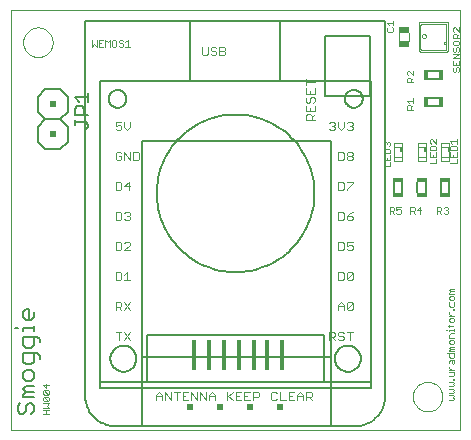
<source format=gto>
G75*
G70*
%OFA0B0*%
%FSLAX24Y24*%
%IPPOS*%
%LPD*%
%AMOC8*
5,1,8,0,0,1.08239X$1,22.5*
%
%ADD10C,0.0000*%
%ADD11C,0.0050*%
%ADD12C,0.0020*%
%ADD13C,0.0030*%
%ADD14C,0.0080*%
%ADD15C,0.0020*%
%ADD16C,0.0008*%
%ADD17C,0.0060*%
%ADD18R,0.0160X0.0340*%
%ADD19C,0.0040*%
%ADD20R,0.0374X0.0197*%
%ADD21R,0.0125X0.1000*%
%ADD22R,0.0200X0.0200*%
%ADD23R,0.0089X0.0157*%
%ADD24R,0.0089X0.0098*%
%ADD25R,0.0340X0.0160*%
D10*
X000160Y000160D02*
X000160Y014136D01*
X015121Y014136D01*
X015121Y000160D01*
X000160Y000160D01*
X000559Y013069D02*
X000561Y013113D01*
X000567Y013157D01*
X000577Y013200D01*
X000590Y013242D01*
X000608Y013282D01*
X000629Y013321D01*
X000653Y013358D01*
X000680Y013393D01*
X000711Y013425D01*
X000744Y013454D01*
X000780Y013480D01*
X000818Y013502D01*
X000858Y013521D01*
X000899Y013537D01*
X000942Y013549D01*
X000985Y013557D01*
X001029Y013561D01*
X001073Y013561D01*
X001117Y013557D01*
X001160Y013549D01*
X001203Y013537D01*
X001244Y013521D01*
X001284Y013502D01*
X001322Y013480D01*
X001358Y013454D01*
X001391Y013425D01*
X001422Y013393D01*
X001449Y013358D01*
X001473Y013321D01*
X001494Y013282D01*
X001512Y013242D01*
X001525Y013200D01*
X001535Y013157D01*
X001541Y013113D01*
X001543Y013069D01*
X001541Y013025D01*
X001535Y012981D01*
X001525Y012938D01*
X001512Y012896D01*
X001494Y012856D01*
X001473Y012817D01*
X001449Y012780D01*
X001422Y012745D01*
X001391Y012713D01*
X001358Y012684D01*
X001322Y012658D01*
X001284Y012636D01*
X001244Y012617D01*
X001203Y012601D01*
X001160Y012589D01*
X001117Y012581D01*
X001073Y012577D01*
X001029Y012577D01*
X000985Y012581D01*
X000942Y012589D01*
X000899Y012601D01*
X000858Y012617D01*
X000818Y012636D01*
X000780Y012658D01*
X000744Y012684D01*
X000711Y012713D01*
X000680Y012745D01*
X000653Y012780D01*
X000629Y012817D01*
X000608Y012856D01*
X000590Y012896D01*
X000577Y012938D01*
X000567Y012981D01*
X000561Y013025D01*
X000559Y013069D01*
X013549Y001259D02*
X013551Y001303D01*
X013557Y001347D01*
X013567Y001390D01*
X013580Y001432D01*
X013598Y001472D01*
X013619Y001511D01*
X013643Y001548D01*
X013670Y001583D01*
X013701Y001615D01*
X013734Y001644D01*
X013770Y001670D01*
X013808Y001692D01*
X013848Y001711D01*
X013889Y001727D01*
X013932Y001739D01*
X013975Y001747D01*
X014019Y001751D01*
X014063Y001751D01*
X014107Y001747D01*
X014150Y001739D01*
X014193Y001727D01*
X014234Y001711D01*
X014274Y001692D01*
X014312Y001670D01*
X014348Y001644D01*
X014381Y001615D01*
X014412Y001583D01*
X014439Y001548D01*
X014463Y001511D01*
X014484Y001472D01*
X014502Y001432D01*
X014515Y001390D01*
X014525Y001347D01*
X014531Y001303D01*
X014533Y001259D01*
X014531Y001215D01*
X014525Y001171D01*
X014515Y001128D01*
X014502Y001086D01*
X014484Y001046D01*
X014463Y001007D01*
X014439Y000970D01*
X014412Y000935D01*
X014381Y000903D01*
X014348Y000874D01*
X014312Y000848D01*
X014274Y000826D01*
X014234Y000807D01*
X014193Y000791D01*
X014150Y000779D01*
X014107Y000771D01*
X014063Y000767D01*
X014019Y000767D01*
X013975Y000771D01*
X013932Y000779D01*
X013889Y000791D01*
X013848Y000807D01*
X013808Y000826D01*
X013770Y000848D01*
X013734Y000874D01*
X013701Y000903D01*
X013670Y000935D01*
X013643Y000970D01*
X013619Y001007D01*
X013598Y001046D01*
X013580Y001086D01*
X013567Y001128D01*
X013557Y001171D01*
X013551Y001215D01*
X013549Y001259D01*
D11*
X012625Y001277D02*
X012625Y013777D01*
X002625Y013777D01*
X002625Y001277D01*
X003113Y001538D02*
X003113Y001735D01*
X004688Y001735D01*
X004688Y003310D01*
X010593Y003310D01*
X010593Y001735D01*
X012168Y001735D01*
X012168Y001538D01*
X003113Y001538D01*
X003113Y001735D02*
X003113Y011774D01*
X012168Y011774D01*
X012168Y001735D01*
X012625Y001277D02*
X012623Y001217D01*
X012618Y001156D01*
X012609Y001097D01*
X012596Y001038D01*
X012580Y000979D01*
X012560Y000922D01*
X012537Y000867D01*
X012510Y000812D01*
X012481Y000760D01*
X012448Y000709D01*
X012412Y000660D01*
X012374Y000614D01*
X012332Y000570D01*
X012288Y000528D01*
X012242Y000490D01*
X012193Y000454D01*
X012142Y000421D01*
X012090Y000392D01*
X012035Y000365D01*
X011980Y000342D01*
X011923Y000322D01*
X011864Y000306D01*
X011805Y000293D01*
X011746Y000284D01*
X011685Y000279D01*
X011625Y000277D01*
X003625Y000277D01*
X004514Y000287D02*
X010814Y000287D01*
X010814Y002570D01*
X004514Y002570D01*
X004514Y000287D01*
X003625Y000277D02*
X003565Y000279D01*
X003504Y000284D01*
X003445Y000293D01*
X003386Y000306D01*
X003327Y000322D01*
X003270Y000342D01*
X003215Y000365D01*
X003160Y000392D01*
X003108Y000421D01*
X003057Y000454D01*
X003008Y000490D01*
X002962Y000528D01*
X002918Y000570D01*
X002876Y000614D01*
X002838Y000660D01*
X002802Y000709D01*
X002769Y000760D01*
X002740Y000812D01*
X002713Y000867D01*
X002690Y000922D01*
X002670Y000979D01*
X002654Y001038D01*
X002641Y001097D01*
X002632Y001156D01*
X002627Y001217D01*
X002625Y001277D01*
X003467Y002522D02*
X003469Y002563D01*
X003475Y002604D01*
X003485Y002644D01*
X003498Y002683D01*
X003515Y002720D01*
X003536Y002756D01*
X003560Y002790D01*
X003587Y002821D01*
X003616Y002849D01*
X003649Y002875D01*
X003683Y002897D01*
X003720Y002916D01*
X003758Y002931D01*
X003798Y002943D01*
X003838Y002951D01*
X003879Y002955D01*
X003921Y002955D01*
X003962Y002951D01*
X004002Y002943D01*
X004042Y002931D01*
X004080Y002916D01*
X004116Y002897D01*
X004151Y002875D01*
X004184Y002849D01*
X004213Y002821D01*
X004240Y002790D01*
X004264Y002756D01*
X004285Y002720D01*
X004302Y002683D01*
X004315Y002644D01*
X004325Y002604D01*
X004331Y002563D01*
X004333Y002522D01*
X004331Y002481D01*
X004325Y002440D01*
X004315Y002400D01*
X004302Y002361D01*
X004285Y002324D01*
X004264Y002288D01*
X004240Y002254D01*
X004213Y002223D01*
X004184Y002195D01*
X004151Y002169D01*
X004117Y002147D01*
X004080Y002128D01*
X004042Y002113D01*
X004002Y002101D01*
X003962Y002093D01*
X003921Y002089D01*
X003879Y002089D01*
X003838Y002093D01*
X003798Y002101D01*
X003758Y002113D01*
X003720Y002128D01*
X003684Y002147D01*
X003649Y002169D01*
X003616Y002195D01*
X003587Y002223D01*
X003560Y002254D01*
X003536Y002288D01*
X003515Y002324D01*
X003498Y002361D01*
X003485Y002400D01*
X003475Y002440D01*
X003469Y002481D01*
X003467Y002522D01*
X004515Y002567D02*
X004515Y009777D01*
X004525Y009777D02*
X010815Y009777D01*
X010815Y002567D01*
X010947Y002522D02*
X010949Y002563D01*
X010955Y002604D01*
X010965Y002644D01*
X010978Y002683D01*
X010995Y002720D01*
X011016Y002756D01*
X011040Y002790D01*
X011067Y002821D01*
X011096Y002849D01*
X011129Y002875D01*
X011163Y002897D01*
X011200Y002916D01*
X011238Y002931D01*
X011278Y002943D01*
X011318Y002951D01*
X011359Y002955D01*
X011401Y002955D01*
X011442Y002951D01*
X011482Y002943D01*
X011522Y002931D01*
X011560Y002916D01*
X011596Y002897D01*
X011631Y002875D01*
X011664Y002849D01*
X011693Y002821D01*
X011720Y002790D01*
X011744Y002756D01*
X011765Y002720D01*
X011782Y002683D01*
X011795Y002644D01*
X011805Y002604D01*
X011811Y002563D01*
X011813Y002522D01*
X011811Y002481D01*
X011805Y002440D01*
X011795Y002400D01*
X011782Y002361D01*
X011765Y002324D01*
X011744Y002288D01*
X011720Y002254D01*
X011693Y002223D01*
X011664Y002195D01*
X011631Y002169D01*
X011597Y002147D01*
X011560Y002128D01*
X011522Y002113D01*
X011482Y002101D01*
X011442Y002093D01*
X011401Y002089D01*
X011359Y002089D01*
X011318Y002093D01*
X011278Y002101D01*
X011238Y002113D01*
X011200Y002128D01*
X011164Y002147D01*
X011129Y002169D01*
X011096Y002195D01*
X011067Y002223D01*
X011040Y002254D01*
X011016Y002288D01*
X010995Y002324D01*
X010978Y002361D01*
X010965Y002400D01*
X010955Y002440D01*
X010949Y002481D01*
X010947Y002522D01*
X010593Y001735D02*
X004688Y001735D01*
X004525Y002567D02*
X004515Y002567D01*
X001106Y002610D02*
X001014Y002702D01*
X000555Y002702D01*
X000555Y002426D01*
X000647Y002335D01*
X000831Y002335D01*
X000922Y002426D01*
X000922Y002702D01*
X000831Y002887D02*
X000647Y002887D01*
X000555Y002979D01*
X000555Y003254D01*
X001014Y003254D01*
X001106Y003162D01*
X001106Y003071D01*
X000922Y002979D02*
X000922Y003254D01*
X000922Y003439D02*
X000922Y003623D01*
X000922Y003531D02*
X000555Y003531D01*
X000555Y003439D01*
X000372Y003531D02*
X000280Y003531D01*
X000647Y003808D02*
X000555Y003900D01*
X000555Y004083D01*
X000647Y004175D01*
X000739Y004175D01*
X000739Y003808D01*
X000831Y003808D02*
X000647Y003808D01*
X000831Y003808D02*
X000922Y003900D01*
X000922Y004083D01*
X000922Y002979D02*
X000831Y002887D01*
X001106Y002610D02*
X001106Y002518D01*
X000831Y002149D02*
X000647Y002149D01*
X000555Y002057D01*
X000555Y001874D01*
X000647Y001782D01*
X000831Y001782D01*
X000922Y001874D01*
X000922Y002057D01*
X000831Y002149D01*
X000922Y001597D02*
X000647Y001597D01*
X000555Y001505D01*
X000647Y001413D01*
X000922Y001413D01*
X000922Y001230D02*
X000555Y001230D01*
X000555Y001321D01*
X000647Y001413D01*
X000739Y001044D02*
X000831Y001044D01*
X000922Y000952D01*
X000922Y000769D01*
X000831Y000677D01*
X000647Y000769D02*
X000647Y000952D01*
X000739Y001044D01*
X000464Y001044D02*
X000372Y000952D01*
X000372Y000769D01*
X000464Y000677D01*
X000555Y000677D01*
X000647Y000769D01*
X005014Y008034D02*
X005017Y008163D01*
X005027Y008291D01*
X005042Y008419D01*
X005064Y008546D01*
X005093Y008672D01*
X005127Y008796D01*
X005168Y008919D01*
X005214Y009039D01*
X005266Y009157D01*
X005324Y009272D01*
X005388Y009384D01*
X005457Y009493D01*
X005531Y009598D01*
X005610Y009700D01*
X005694Y009798D01*
X005783Y009891D01*
X005876Y009980D01*
X005974Y010064D01*
X006076Y010143D01*
X006181Y010217D01*
X006290Y010286D01*
X006402Y010350D01*
X006517Y010408D01*
X006635Y010460D01*
X006755Y010506D01*
X006878Y010547D01*
X007002Y010581D01*
X007128Y010610D01*
X007255Y010632D01*
X007383Y010647D01*
X007511Y010657D01*
X007640Y010660D01*
X007769Y010657D01*
X007897Y010647D01*
X008025Y010632D01*
X008152Y010610D01*
X008278Y010581D01*
X008402Y010547D01*
X008525Y010506D01*
X008645Y010460D01*
X008763Y010408D01*
X008878Y010350D01*
X008990Y010286D01*
X009099Y010217D01*
X009204Y010143D01*
X009306Y010064D01*
X009404Y009980D01*
X009497Y009891D01*
X009586Y009798D01*
X009670Y009700D01*
X009749Y009598D01*
X009823Y009493D01*
X009892Y009384D01*
X009956Y009272D01*
X010014Y009157D01*
X010066Y009039D01*
X010112Y008919D01*
X010153Y008796D01*
X010187Y008672D01*
X010216Y008546D01*
X010238Y008419D01*
X010253Y008291D01*
X010263Y008163D01*
X010266Y008034D01*
X010263Y007905D01*
X010253Y007777D01*
X010238Y007649D01*
X010216Y007522D01*
X010187Y007396D01*
X010153Y007272D01*
X010112Y007149D01*
X010066Y007029D01*
X010014Y006911D01*
X009956Y006796D01*
X009892Y006684D01*
X009823Y006575D01*
X009749Y006470D01*
X009670Y006368D01*
X009586Y006270D01*
X009497Y006177D01*
X009404Y006088D01*
X009306Y006004D01*
X009204Y005925D01*
X009099Y005851D01*
X008990Y005782D01*
X008878Y005718D01*
X008763Y005660D01*
X008645Y005608D01*
X008525Y005562D01*
X008402Y005521D01*
X008278Y005487D01*
X008152Y005458D01*
X008025Y005436D01*
X007897Y005421D01*
X007769Y005411D01*
X007640Y005408D01*
X007511Y005411D01*
X007383Y005421D01*
X007255Y005436D01*
X007128Y005458D01*
X007002Y005487D01*
X006878Y005521D01*
X006755Y005562D01*
X006635Y005608D01*
X006517Y005660D01*
X006402Y005718D01*
X006290Y005782D01*
X006181Y005851D01*
X006076Y005925D01*
X005974Y006004D01*
X005876Y006088D01*
X005783Y006177D01*
X005694Y006270D01*
X005610Y006368D01*
X005531Y006470D01*
X005457Y006575D01*
X005388Y006684D01*
X005324Y006796D01*
X005266Y006911D01*
X005214Y007029D01*
X005168Y007149D01*
X005127Y007272D01*
X005093Y007396D01*
X005064Y007522D01*
X005042Y007649D01*
X005027Y007777D01*
X005017Y007905D01*
X005014Y008034D01*
X002733Y010244D02*
X002733Y010319D01*
X002658Y010394D01*
X002283Y010394D01*
X002283Y010319D02*
X002283Y010469D01*
X002283Y010629D02*
X002283Y010854D01*
X002358Y010929D01*
X002508Y010929D01*
X002583Y010854D01*
X002583Y010629D01*
X002733Y010629D02*
X002283Y010629D01*
X002433Y011089D02*
X002283Y011239D01*
X002733Y011239D01*
X002733Y011089D02*
X002733Y011390D01*
X003408Y011184D02*
X003410Y011218D01*
X003416Y011252D01*
X003426Y011285D01*
X003439Y011316D01*
X003457Y011346D01*
X003477Y011374D01*
X003501Y011399D01*
X003527Y011421D01*
X003555Y011439D01*
X003586Y011455D01*
X003618Y011467D01*
X003652Y011475D01*
X003686Y011479D01*
X003720Y011479D01*
X003754Y011475D01*
X003788Y011467D01*
X003820Y011455D01*
X003850Y011439D01*
X003879Y011421D01*
X003905Y011399D01*
X003929Y011374D01*
X003949Y011346D01*
X003967Y011316D01*
X003980Y011285D01*
X003990Y011252D01*
X003996Y011218D01*
X003998Y011184D01*
X003996Y011150D01*
X003990Y011116D01*
X003980Y011083D01*
X003967Y011052D01*
X003949Y011022D01*
X003929Y010994D01*
X003905Y010969D01*
X003879Y010947D01*
X003851Y010929D01*
X003820Y010913D01*
X003788Y010901D01*
X003754Y010893D01*
X003720Y010889D01*
X003686Y010889D01*
X003652Y010893D01*
X003618Y010901D01*
X003586Y010913D01*
X003555Y010929D01*
X003527Y010947D01*
X003501Y010969D01*
X003477Y010994D01*
X003457Y011022D01*
X003439Y011052D01*
X003426Y011083D01*
X003416Y011116D01*
X003410Y011150D01*
X003408Y011184D01*
X002733Y010244D02*
X002658Y010168D01*
X011282Y011184D02*
X011284Y011218D01*
X011290Y011252D01*
X011300Y011285D01*
X011313Y011316D01*
X011331Y011346D01*
X011351Y011374D01*
X011375Y011399D01*
X011401Y011421D01*
X011429Y011439D01*
X011460Y011455D01*
X011492Y011467D01*
X011526Y011475D01*
X011560Y011479D01*
X011594Y011479D01*
X011628Y011475D01*
X011662Y011467D01*
X011694Y011455D01*
X011724Y011439D01*
X011753Y011421D01*
X011779Y011399D01*
X011803Y011374D01*
X011823Y011346D01*
X011841Y011316D01*
X011854Y011285D01*
X011864Y011252D01*
X011870Y011218D01*
X011872Y011184D01*
X011870Y011150D01*
X011864Y011116D01*
X011854Y011083D01*
X011841Y011052D01*
X011823Y011022D01*
X011803Y010994D01*
X011779Y010969D01*
X011753Y010947D01*
X011725Y010929D01*
X011694Y010913D01*
X011662Y010901D01*
X011628Y010893D01*
X011594Y010889D01*
X011560Y010889D01*
X011526Y010893D01*
X011492Y010901D01*
X011460Y010913D01*
X011429Y010929D01*
X011401Y010947D01*
X011375Y010969D01*
X011351Y010994D01*
X011331Y011022D01*
X011313Y011052D01*
X011300Y011083D01*
X011290Y011116D01*
X011284Y011150D01*
X011282Y011184D01*
D12*
X012608Y009741D02*
X012645Y009741D01*
X012681Y009705D01*
X012718Y009741D01*
X012755Y009741D01*
X012792Y009705D01*
X012792Y009631D01*
X012755Y009595D01*
X012755Y009520D02*
X012608Y009520D01*
X012571Y009484D01*
X012571Y009374D01*
X012792Y009374D01*
X012792Y009484D01*
X012755Y009520D01*
X012608Y009595D02*
X012571Y009631D01*
X012571Y009705D01*
X012608Y009741D01*
X012681Y009705D02*
X012681Y009668D01*
X012571Y009299D02*
X012571Y009153D01*
X012792Y009153D01*
X012792Y009299D01*
X012681Y009226D02*
X012681Y009153D01*
X012792Y009079D02*
X012792Y008932D01*
X012571Y008932D01*
X012775Y007576D02*
X012885Y007576D01*
X012922Y007539D01*
X012922Y007466D01*
X012885Y007429D01*
X012775Y007429D01*
X012848Y007429D02*
X012922Y007356D01*
X012996Y007392D02*
X013033Y007356D01*
X013106Y007356D01*
X013143Y007392D01*
X013143Y007466D01*
X013106Y007502D01*
X013069Y007502D01*
X012996Y007466D01*
X012996Y007576D01*
X013143Y007576D01*
X013464Y007576D02*
X013464Y007356D01*
X013464Y007429D02*
X013574Y007429D01*
X013611Y007466D01*
X013611Y007539D01*
X013574Y007576D01*
X013464Y007576D01*
X013537Y007429D02*
X013611Y007356D01*
X013685Y007466D02*
X013832Y007466D01*
X013795Y007356D02*
X013795Y007576D01*
X013685Y007466D01*
X014350Y007429D02*
X014460Y007429D01*
X014496Y007466D01*
X014496Y007539D01*
X014460Y007576D01*
X014350Y007576D01*
X014350Y007356D01*
X014423Y007429D02*
X014496Y007356D01*
X014571Y007392D02*
X014607Y007356D01*
X014681Y007356D01*
X014717Y007392D01*
X014717Y007429D01*
X014681Y007466D01*
X014644Y007466D01*
X014681Y007466D02*
X014717Y007502D01*
X014717Y007539D01*
X014681Y007576D01*
X014607Y007576D01*
X014571Y007539D01*
X014792Y009028D02*
X015012Y009028D01*
X015012Y009175D01*
X015012Y009249D02*
X015012Y009396D01*
X015012Y009470D02*
X015012Y009580D01*
X014976Y009617D01*
X014829Y009617D01*
X014792Y009580D01*
X014792Y009470D01*
X015012Y009470D01*
X014902Y009323D02*
X014902Y009249D01*
X014792Y009249D02*
X014792Y009396D01*
X014792Y009249D02*
X015012Y009249D01*
X015012Y009691D02*
X015012Y009838D01*
X015012Y009765D02*
X014792Y009765D01*
X014865Y009691D01*
X014323Y009691D02*
X014176Y009838D01*
X014140Y009838D01*
X014103Y009801D01*
X014103Y009728D01*
X014140Y009691D01*
X014140Y009617D02*
X014103Y009580D01*
X014103Y009470D01*
X014323Y009470D01*
X014323Y009580D01*
X014287Y009617D01*
X014140Y009617D01*
X014323Y009691D02*
X014323Y009838D01*
X014323Y009396D02*
X014323Y009249D01*
X014103Y009249D01*
X014103Y009396D01*
X014213Y009323D02*
X014213Y009249D01*
X014323Y009175D02*
X014323Y009028D01*
X014103Y009028D01*
X012775Y007576D02*
X012775Y007356D01*
X014804Y004837D02*
X014914Y004837D01*
X014914Y004763D02*
X014804Y004763D01*
X014767Y004800D01*
X014804Y004837D01*
X014804Y004763D02*
X014767Y004727D01*
X014767Y004690D01*
X014914Y004690D01*
X014877Y004616D02*
X014804Y004616D01*
X014767Y004579D01*
X014767Y004506D01*
X014804Y004469D01*
X014877Y004469D01*
X014914Y004506D01*
X014914Y004579D01*
X014877Y004616D01*
X014914Y004395D02*
X014914Y004285D01*
X014877Y004248D01*
X014804Y004248D01*
X014767Y004285D01*
X014767Y004395D01*
X014877Y004174D02*
X014914Y004174D01*
X014914Y004138D01*
X014877Y004138D01*
X014877Y004174D01*
X014767Y004064D02*
X014767Y004027D01*
X014840Y003953D01*
X014767Y003953D02*
X014914Y003953D01*
X014877Y003879D02*
X014804Y003879D01*
X014767Y003843D01*
X014767Y003769D01*
X014804Y003732D01*
X014877Y003732D01*
X014914Y003769D01*
X014914Y003843D01*
X014877Y003879D01*
X014914Y003659D02*
X014877Y003622D01*
X014730Y003622D01*
X014767Y003585D02*
X014767Y003659D01*
X014767Y003474D02*
X014914Y003474D01*
X014914Y003438D02*
X014914Y003511D01*
X014914Y003364D02*
X014804Y003364D01*
X014767Y003327D01*
X014767Y003217D01*
X014914Y003217D01*
X014877Y003143D02*
X014804Y003143D01*
X014767Y003106D01*
X014767Y003033D01*
X014804Y002996D01*
X014877Y002996D01*
X014914Y003033D01*
X014914Y003106D01*
X014877Y003143D01*
X014914Y002922D02*
X014804Y002922D01*
X014767Y002885D01*
X014804Y002848D01*
X014914Y002848D01*
X014914Y002775D02*
X014767Y002775D01*
X014767Y002812D01*
X014804Y002848D01*
X014767Y002701D02*
X014767Y002591D01*
X014804Y002554D01*
X014877Y002554D01*
X014914Y002591D01*
X014914Y002701D01*
X014694Y002701D01*
X014804Y002480D02*
X014914Y002480D01*
X014914Y002370D01*
X014877Y002333D01*
X014840Y002370D01*
X014840Y002480D01*
X014804Y002480D02*
X014767Y002443D01*
X014767Y002370D01*
X014767Y002259D02*
X014767Y002222D01*
X014840Y002149D01*
X014767Y002149D02*
X014914Y002149D01*
X014914Y002075D02*
X014767Y002075D01*
X014914Y002075D02*
X014914Y001964D01*
X014877Y001928D01*
X014767Y001928D01*
X014877Y001854D02*
X014914Y001854D01*
X014914Y001817D01*
X014877Y001817D01*
X014877Y001854D01*
X014877Y001743D02*
X014767Y001743D01*
X014877Y001743D02*
X014914Y001706D01*
X014877Y001670D01*
X014914Y001633D01*
X014877Y001596D01*
X014767Y001596D01*
X014767Y001522D02*
X014877Y001522D01*
X014914Y001485D01*
X014877Y001449D01*
X014914Y001412D01*
X014877Y001375D01*
X014767Y001375D01*
X014767Y001301D02*
X014877Y001301D01*
X014914Y001264D01*
X014877Y001228D01*
X014914Y001191D01*
X014877Y001154D01*
X014767Y001154D01*
X014767Y003438D02*
X014767Y003474D01*
X014694Y003474D02*
X014657Y003474D01*
X013566Y010827D02*
X013346Y010827D01*
X013346Y010938D01*
X013383Y010974D01*
X013456Y010974D01*
X013493Y010938D01*
X013493Y010827D01*
X013493Y010901D02*
X013566Y010974D01*
X013566Y011048D02*
X013566Y011195D01*
X013566Y011122D02*
X013346Y011122D01*
X013420Y011048D01*
X013493Y011743D02*
X013493Y011853D01*
X013456Y011890D01*
X013383Y011890D01*
X013346Y011853D01*
X013346Y011743D01*
X013566Y011743D01*
X013493Y011816D02*
X013566Y011890D01*
X013566Y011964D02*
X013420Y012111D01*
X013383Y012111D01*
X013346Y012074D01*
X013346Y012001D01*
X013383Y011964D01*
X013566Y011964D02*
X013566Y012111D01*
X014878Y012127D02*
X014914Y012090D01*
X014951Y012090D01*
X014988Y012127D01*
X014988Y012200D01*
X015024Y012237D01*
X015061Y012237D01*
X015098Y012200D01*
X015098Y012127D01*
X015061Y012090D01*
X014878Y012127D02*
X014878Y012200D01*
X014914Y012237D01*
X014878Y012311D02*
X015098Y012311D01*
X015098Y012458D01*
X015098Y012532D02*
X014878Y012532D01*
X015098Y012679D01*
X014878Y012679D01*
X014914Y012753D02*
X014951Y012753D01*
X014988Y012790D01*
X014988Y012863D01*
X015024Y012900D01*
X015061Y012900D01*
X015098Y012863D01*
X015098Y012790D01*
X015061Y012753D01*
X014914Y012753D02*
X014878Y012790D01*
X014878Y012863D01*
X014914Y012900D01*
X014914Y012974D02*
X015061Y012974D01*
X015098Y013011D01*
X015098Y013084D01*
X015061Y013121D01*
X014914Y013121D01*
X014878Y013084D01*
X014878Y013011D01*
X014914Y012974D01*
X014878Y013195D02*
X014878Y013305D01*
X014914Y013342D01*
X014988Y013342D01*
X015024Y013305D01*
X015024Y013195D01*
X015024Y013269D02*
X015098Y013342D01*
X015098Y013416D02*
X014951Y013563D01*
X014914Y013563D01*
X014878Y013526D01*
X014878Y013453D01*
X014914Y013416D01*
X015098Y013416D02*
X015098Y013563D01*
X015098Y013195D02*
X014878Y013195D01*
X014878Y012458D02*
X014878Y012311D01*
X014988Y012311D02*
X014988Y012385D01*
X012892Y013457D02*
X012892Y013530D01*
X012855Y013567D01*
X012892Y013641D02*
X012892Y013788D01*
X012892Y013714D02*
X012672Y013714D01*
X012745Y013641D01*
X012709Y013567D02*
X012672Y013530D01*
X012672Y013457D01*
X012709Y013420D01*
X012855Y013420D01*
X012892Y013457D01*
X004110Y012921D02*
X003963Y012921D01*
X004036Y012921D02*
X004036Y013141D01*
X003963Y013068D01*
X003889Y013104D02*
X003852Y013141D01*
X003779Y013141D01*
X003742Y013104D01*
X003742Y013068D01*
X003779Y013031D01*
X003852Y013031D01*
X003889Y012994D01*
X003889Y012958D01*
X003852Y012921D01*
X003779Y012921D01*
X003742Y012958D01*
X003668Y012958D02*
X003668Y013104D01*
X003631Y013141D01*
X003558Y013141D01*
X003521Y013104D01*
X003521Y012958D01*
X003558Y012921D01*
X003631Y012921D01*
X003668Y012958D01*
X003447Y012921D02*
X003447Y013141D01*
X003373Y013068D01*
X003300Y013141D01*
X003300Y012921D01*
X003226Y012921D02*
X003079Y012921D01*
X003079Y013141D01*
X003226Y013141D01*
X003152Y013031D02*
X003079Y013031D01*
X003005Y012921D02*
X003005Y013141D01*
X002858Y013141D02*
X002858Y012921D01*
X002931Y012994D01*
X003005Y012921D01*
X001319Y001693D02*
X001319Y001546D01*
X001209Y001656D01*
X001430Y001656D01*
X001393Y001472D02*
X001430Y001435D01*
X001430Y001362D01*
X001393Y001325D01*
X001246Y001472D01*
X001393Y001472D01*
X001393Y001325D02*
X001246Y001325D01*
X001209Y001362D01*
X001209Y001435D01*
X001246Y001472D01*
X001246Y001251D02*
X001393Y001104D01*
X001430Y001141D01*
X001430Y001214D01*
X001393Y001251D01*
X001246Y001251D01*
X001209Y001214D01*
X001209Y001141D01*
X001246Y001104D01*
X001393Y001104D01*
X001430Y001030D02*
X001356Y000957D01*
X001430Y000883D01*
X001209Y000883D01*
X001209Y000809D02*
X001430Y000809D01*
X001319Y000809D02*
X001319Y000662D01*
X001209Y000662D02*
X001430Y000662D01*
X001430Y001030D02*
X001209Y001030D01*
D13*
X003736Y003132D02*
X003736Y003422D01*
X003640Y003422D02*
X003833Y003422D01*
X003934Y003422D02*
X004128Y003132D01*
X003934Y003132D02*
X004128Y003422D01*
X004128Y004132D02*
X003934Y004422D01*
X003833Y004374D02*
X003833Y004277D01*
X003785Y004229D01*
X003640Y004229D01*
X003736Y004229D02*
X003833Y004132D01*
X003934Y004132D02*
X004128Y004422D01*
X003833Y004374D02*
X003785Y004422D01*
X003640Y004422D01*
X003640Y004132D01*
X003640Y005132D02*
X003785Y005132D01*
X003833Y005180D01*
X003833Y005374D01*
X003785Y005422D01*
X003640Y005422D01*
X003640Y005132D01*
X003934Y005132D02*
X004128Y005132D01*
X004031Y005132D02*
X004031Y005422D01*
X003934Y005326D01*
X003934Y006132D02*
X004128Y006326D01*
X004128Y006374D01*
X004079Y006422D01*
X003983Y006422D01*
X003934Y006374D01*
X003833Y006374D02*
X003833Y006180D01*
X003785Y006132D01*
X003640Y006132D01*
X003640Y006422D01*
X003785Y006422D01*
X003833Y006374D01*
X003934Y006132D02*
X004128Y006132D01*
X004079Y007132D02*
X003983Y007132D01*
X003934Y007180D01*
X003833Y007180D02*
X003785Y007132D01*
X003640Y007132D01*
X003640Y007422D01*
X003785Y007422D01*
X003833Y007374D01*
X003833Y007180D01*
X003934Y007374D02*
X003983Y007422D01*
X004079Y007422D01*
X004128Y007374D01*
X004128Y007326D01*
X004079Y007277D01*
X004128Y007229D01*
X004128Y007180D01*
X004079Y007132D01*
X004079Y007277D02*
X004031Y007277D01*
X004079Y008132D02*
X004079Y008422D01*
X003934Y008277D01*
X004128Y008277D01*
X003833Y008180D02*
X003833Y008374D01*
X003785Y008422D01*
X003640Y008422D01*
X003640Y008132D01*
X003785Y008132D01*
X003833Y008180D01*
X003785Y009132D02*
X003688Y009132D01*
X003640Y009180D01*
X003640Y009374D01*
X003688Y009422D01*
X003785Y009422D01*
X003833Y009374D01*
X003833Y009277D02*
X003736Y009277D01*
X003833Y009277D02*
X003833Y009180D01*
X003785Y009132D01*
X003934Y009132D02*
X003934Y009422D01*
X004128Y009132D01*
X004128Y009422D01*
X004229Y009422D02*
X004374Y009422D01*
X004422Y009374D01*
X004422Y009180D01*
X004374Y009132D01*
X004229Y009132D01*
X004229Y009422D01*
X004031Y010132D02*
X004128Y010229D01*
X004128Y010422D01*
X003934Y010422D02*
X003934Y010229D01*
X004031Y010132D01*
X003833Y010180D02*
X003833Y010277D01*
X003785Y010326D01*
X003736Y010326D01*
X003640Y010277D01*
X003640Y010422D01*
X003833Y010422D01*
X003833Y010180D02*
X003785Y010132D01*
X003688Y010132D01*
X003640Y010180D01*
X006510Y012680D02*
X006558Y012632D01*
X006655Y012632D01*
X006704Y012680D01*
X006704Y012922D01*
X006805Y012874D02*
X006805Y012826D01*
X006853Y012777D01*
X006950Y012777D01*
X006998Y012729D01*
X006998Y012680D01*
X006950Y012632D01*
X006853Y012632D01*
X006805Y012680D01*
X006805Y012874D02*
X006853Y012922D01*
X006950Y012922D01*
X006998Y012874D01*
X007099Y012922D02*
X007099Y012632D01*
X007244Y012632D01*
X007293Y012680D01*
X007293Y012729D01*
X007244Y012777D01*
X007099Y012777D01*
X007099Y012922D02*
X007244Y012922D01*
X007293Y012874D01*
X007293Y012826D01*
X007244Y012777D01*
X006510Y012680D02*
X006510Y012922D01*
X009979Y011843D02*
X009979Y011649D01*
X009979Y011746D02*
X010270Y011746D01*
X010270Y011548D02*
X010270Y011355D01*
X009979Y011355D01*
X009979Y011548D01*
X010124Y011451D02*
X010124Y011355D01*
X010173Y011253D02*
X010124Y011205D01*
X010124Y011108D01*
X010076Y011060D01*
X010028Y011060D01*
X009979Y011108D01*
X009979Y011205D01*
X010028Y011253D01*
X010173Y011253D02*
X010221Y011253D01*
X010270Y011205D01*
X010270Y011108D01*
X010221Y011060D01*
X010270Y010959D02*
X010270Y010765D01*
X009979Y010765D01*
X009979Y010959D01*
X010124Y010862D02*
X010124Y010765D01*
X010124Y010664D02*
X010173Y010616D01*
X010173Y010471D01*
X010173Y010567D02*
X010270Y010664D01*
X010124Y010664D02*
X010028Y010664D01*
X009979Y010616D01*
X009979Y010471D01*
X010270Y010471D01*
X010756Y010374D02*
X010804Y010422D01*
X010901Y010422D01*
X010949Y010374D01*
X010949Y010326D01*
X010901Y010277D01*
X010949Y010229D01*
X010949Y010180D01*
X010901Y010132D01*
X010804Y010132D01*
X010756Y010180D01*
X010852Y010277D02*
X010901Y010277D01*
X011050Y010229D02*
X011147Y010132D01*
X011244Y010229D01*
X011244Y010422D01*
X011345Y010374D02*
X011393Y010422D01*
X011490Y010422D01*
X011538Y010374D01*
X011538Y010326D01*
X011490Y010277D01*
X011538Y010229D01*
X011538Y010180D01*
X011490Y010132D01*
X011393Y010132D01*
X011345Y010180D01*
X011442Y010277D02*
X011490Y010277D01*
X011050Y010229D02*
X011050Y010422D01*
X011050Y009422D02*
X011195Y009422D01*
X011244Y009374D01*
X011244Y009180D01*
X011195Y009132D01*
X011050Y009132D01*
X011050Y009422D01*
X011345Y009374D02*
X011345Y009326D01*
X011393Y009277D01*
X011490Y009277D01*
X011538Y009229D01*
X011538Y009180D01*
X011490Y009132D01*
X011393Y009132D01*
X011345Y009180D01*
X011345Y009229D01*
X011393Y009277D01*
X011490Y009277D02*
X011538Y009326D01*
X011538Y009374D01*
X011490Y009422D01*
X011393Y009422D01*
X011345Y009374D01*
X011345Y008422D02*
X011538Y008422D01*
X011538Y008374D01*
X011345Y008180D01*
X011345Y008132D01*
X011244Y008180D02*
X011244Y008374D01*
X011195Y008422D01*
X011050Y008422D01*
X011050Y008132D01*
X011195Y008132D01*
X011244Y008180D01*
X011195Y007422D02*
X011050Y007422D01*
X011050Y007132D01*
X011195Y007132D01*
X011244Y007180D01*
X011244Y007374D01*
X011195Y007422D01*
X011345Y007277D02*
X011490Y007277D01*
X011538Y007229D01*
X011538Y007180D01*
X011490Y007132D01*
X011393Y007132D01*
X011345Y007180D01*
X011345Y007277D01*
X011442Y007374D01*
X011538Y007422D01*
X011538Y006422D02*
X011345Y006422D01*
X011345Y006277D01*
X011442Y006326D01*
X011490Y006326D01*
X011538Y006277D01*
X011538Y006180D01*
X011490Y006132D01*
X011393Y006132D01*
X011345Y006180D01*
X011244Y006180D02*
X011195Y006132D01*
X011050Y006132D01*
X011050Y006422D01*
X011195Y006422D01*
X011244Y006374D01*
X011244Y006180D01*
X011195Y005422D02*
X011050Y005422D01*
X011050Y005132D01*
X011195Y005132D01*
X011244Y005180D01*
X011244Y005374D01*
X011195Y005422D01*
X011345Y005374D02*
X011393Y005422D01*
X011490Y005422D01*
X011538Y005374D01*
X011345Y005180D01*
X011393Y005132D01*
X011490Y005132D01*
X011538Y005180D01*
X011538Y005374D01*
X011345Y005374D02*
X011345Y005180D01*
X011393Y004422D02*
X011490Y004422D01*
X011538Y004374D01*
X011345Y004180D01*
X011393Y004132D01*
X011490Y004132D01*
X011538Y004180D01*
X011538Y004374D01*
X011393Y004422D02*
X011345Y004374D01*
X011345Y004180D01*
X011244Y004132D02*
X011244Y004326D01*
X011147Y004422D01*
X011050Y004326D01*
X011050Y004132D01*
X011050Y004277D02*
X011244Y004277D01*
X011195Y003422D02*
X011099Y003422D01*
X011050Y003374D01*
X011050Y003326D01*
X011099Y003277D01*
X011195Y003277D01*
X011244Y003229D01*
X011244Y003180D01*
X011195Y003132D01*
X011099Y003132D01*
X011050Y003180D01*
X010949Y003132D02*
X010852Y003229D01*
X010901Y003229D02*
X010756Y003229D01*
X010756Y003132D02*
X010756Y003422D01*
X010901Y003422D01*
X010949Y003374D01*
X010949Y003277D01*
X010901Y003229D01*
X011195Y003422D02*
X011244Y003374D01*
X011345Y003422D02*
X011538Y003422D01*
X011442Y003422D02*
X011442Y003132D01*
X010142Y001422D02*
X009997Y001422D01*
X009997Y001132D01*
X009997Y001229D02*
X010142Y001229D01*
X010190Y001277D01*
X010190Y001374D01*
X010142Y001422D01*
X010094Y001229D02*
X010190Y001132D01*
X009896Y001132D02*
X009896Y001326D01*
X009799Y001422D01*
X009702Y001326D01*
X009702Y001132D01*
X009601Y001132D02*
X009407Y001132D01*
X009407Y001422D01*
X009601Y001422D01*
X009504Y001277D02*
X009407Y001277D01*
X009306Y001132D02*
X009113Y001132D01*
X009113Y001422D01*
X009012Y001374D02*
X008963Y001422D01*
X008867Y001422D01*
X008818Y001374D01*
X008818Y001180D01*
X008867Y001132D01*
X008963Y001132D01*
X009012Y001180D01*
X008422Y001277D02*
X008374Y001229D01*
X008229Y001229D01*
X008229Y001132D02*
X008229Y001422D01*
X008374Y001422D01*
X008422Y001374D01*
X008422Y001277D01*
X008128Y001132D02*
X007934Y001132D01*
X007934Y001422D01*
X008128Y001422D01*
X008031Y001277D02*
X007934Y001277D01*
X007833Y001132D02*
X007640Y001132D01*
X007640Y001422D01*
X007833Y001422D01*
X007736Y001277D02*
X007640Y001277D01*
X007538Y001132D02*
X007393Y001277D01*
X007345Y001229D02*
X007538Y001422D01*
X007345Y001422D02*
X007345Y001132D01*
X006949Y001132D02*
X006949Y001326D01*
X006852Y001422D01*
X006756Y001326D01*
X006756Y001132D01*
X006654Y001132D02*
X006654Y001422D01*
X006756Y001277D02*
X006949Y001277D01*
X006654Y001132D02*
X006461Y001422D01*
X006461Y001132D01*
X006360Y001132D02*
X006360Y001422D01*
X006166Y001422D02*
X006360Y001132D01*
X006166Y001132D02*
X006166Y001422D01*
X006065Y001422D02*
X005872Y001422D01*
X005872Y001132D01*
X006065Y001132D01*
X005968Y001277D02*
X005872Y001277D01*
X005771Y001422D02*
X005577Y001422D01*
X005674Y001422D02*
X005674Y001132D01*
X005476Y001132D02*
X005476Y001422D01*
X005282Y001422D02*
X005282Y001132D01*
X005181Y001132D02*
X005181Y001326D01*
X005084Y001422D01*
X004988Y001326D01*
X004988Y001132D01*
X004988Y001277D02*
X005181Y001277D01*
X005282Y001422D02*
X005476Y001132D01*
X009702Y001277D02*
X009896Y001277D01*
D14*
X010625Y011277D02*
X010625Y013277D01*
X012125Y013277D01*
X012125Y011277D01*
X010625Y011277D01*
X009125Y011777D02*
X009125Y013777D01*
X006125Y013777D01*
X006125Y011777D01*
X009125Y011777D01*
D15*
X013743Y012817D02*
X013743Y013684D01*
X013744Y013697D01*
X013749Y013710D01*
X013756Y013721D01*
X013765Y013730D01*
X013776Y013737D01*
X013789Y013742D01*
X013802Y013743D01*
X014668Y013743D01*
X014681Y013742D01*
X014694Y013737D01*
X014705Y013730D01*
X014714Y013721D01*
X014721Y013710D01*
X014726Y013697D01*
X014727Y013684D01*
X014727Y012817D01*
X014726Y012804D01*
X014721Y012791D01*
X014714Y012780D01*
X014705Y012771D01*
X014694Y012764D01*
X014681Y012759D01*
X014668Y012758D01*
X013802Y012758D01*
X013789Y012759D01*
X013776Y012764D01*
X013765Y012771D01*
X013756Y012780D01*
X013749Y012791D01*
X013744Y012804D01*
X013743Y012817D01*
X013851Y013276D02*
X013853Y013292D01*
X013858Y013307D01*
X013867Y013320D01*
X013879Y013331D01*
X013893Y013339D01*
X013908Y013344D01*
X013924Y013345D01*
X013940Y013342D01*
X013954Y013336D01*
X013967Y013326D01*
X013978Y013314D01*
X013985Y013300D01*
X013989Y013284D01*
X013989Y013268D01*
X013985Y013252D01*
X013978Y013238D01*
X013967Y013226D01*
X013955Y013216D01*
X013940Y013210D01*
X013924Y013207D01*
X013908Y013208D01*
X013893Y013213D01*
X013879Y013221D01*
X013867Y013232D01*
X013858Y013245D01*
X013853Y013260D01*
X013851Y013276D01*
X014570Y013054D02*
X014572Y013066D01*
X014577Y013077D01*
X014586Y013086D01*
X014597Y013091D01*
X014609Y013093D01*
X014621Y013091D01*
X014632Y013086D01*
X014641Y013077D01*
X014646Y013066D01*
X014648Y013054D01*
X014646Y013042D01*
X014641Y013031D01*
X014632Y013022D01*
X014621Y013017D01*
X014609Y013015D01*
X014597Y013017D01*
X014586Y013022D01*
X014577Y013031D01*
X014572Y013042D01*
X014570Y013054D01*
D16*
X014668Y012857D02*
X014667Y012847D01*
X014663Y012837D01*
X014657Y012829D01*
X014648Y012823D01*
X014639Y012819D01*
X014629Y012818D01*
X014629Y012817D02*
X013841Y012817D01*
X013841Y012818D02*
X013831Y012819D01*
X013822Y012823D01*
X013813Y012829D01*
X013807Y012837D01*
X013803Y012847D01*
X013802Y012857D01*
X013802Y013644D01*
X013803Y013654D01*
X013807Y013663D01*
X013813Y013672D01*
X013822Y013678D01*
X013831Y013682D01*
X013841Y013683D01*
X013841Y013684D02*
X014629Y013684D01*
X014629Y013683D02*
X014639Y013682D01*
X014649Y013678D01*
X014657Y013672D01*
X014663Y013663D01*
X014667Y013654D01*
X014668Y013644D01*
X014668Y012857D01*
D17*
X014405Y012111D02*
X014065Y012111D01*
X014065Y011831D02*
X014405Y011831D01*
X014405Y011225D02*
X014065Y011225D01*
X014065Y010945D02*
X014405Y010945D01*
X014488Y008401D02*
X014488Y008061D01*
X014769Y008061D02*
X014769Y008401D01*
X013981Y008401D02*
X013981Y008061D01*
X013701Y008061D02*
X013701Y008401D01*
X013194Y008401D02*
X013194Y008061D01*
X012914Y008061D02*
X012914Y008401D01*
X002038Y009745D02*
X001788Y009495D01*
X001288Y009495D01*
X001038Y009745D01*
X001038Y010245D01*
X001288Y010495D01*
X001038Y010745D01*
X001038Y011245D01*
X001288Y011495D01*
X001788Y011495D01*
X002038Y011245D01*
X002038Y010745D01*
X001788Y010495D01*
X002038Y010245D01*
X002038Y009745D01*
X001788Y010495D02*
X001288Y010495D01*
D18*
X013985Y011085D03*
X014485Y011085D03*
X014485Y011971D03*
X013985Y011971D03*
D19*
X013416Y013110D02*
X013416Y013391D01*
X013080Y013391D02*
X013080Y013110D01*
X013191Y009707D02*
X012916Y009707D01*
X012916Y009117D01*
X013191Y009117D01*
X013191Y009707D01*
X013172Y009589D02*
X012936Y009589D01*
X012916Y009491D02*
X012916Y009333D01*
X012936Y009235D02*
X013172Y009235D01*
X013191Y009333D02*
X013191Y009491D01*
X013703Y009491D02*
X013703Y009333D01*
X013723Y009235D02*
X013959Y009235D01*
X013979Y009333D02*
X013979Y009491D01*
X013959Y009589D02*
X013723Y009589D01*
X013703Y009707D02*
X013979Y009707D01*
X013979Y009117D01*
X013703Y009117D01*
X013703Y009707D01*
X014491Y009707D02*
X014491Y009117D01*
X014766Y009117D01*
X014766Y009707D01*
X014491Y009707D01*
X014510Y009589D02*
X014747Y009589D01*
X014766Y009491D02*
X014766Y009333D01*
X014747Y009235D02*
X014510Y009235D01*
X014491Y009333D02*
X014491Y009491D01*
D20*
X013249Y013019D03*
X013249Y013479D03*
D21*
X009200Y002643D03*
X008700Y002643D03*
X008262Y002643D03*
X007762Y002643D03*
X007262Y002643D03*
X006762Y002643D03*
X006262Y002643D03*
D22*
X006125Y000902D03*
X007125Y000902D03*
X008125Y000902D03*
X009125Y000902D03*
X001538Y009995D03*
X001538Y010995D03*
D23*
X013167Y009491D03*
X013954Y009491D03*
X014742Y009491D03*
D24*
X014742Y009461D03*
X013954Y009461D03*
X013167Y009461D03*
D25*
X013054Y008481D03*
X013054Y007981D03*
X013841Y007981D03*
X013841Y008481D03*
X014629Y008481D03*
X014629Y007981D03*
M02*

</source>
